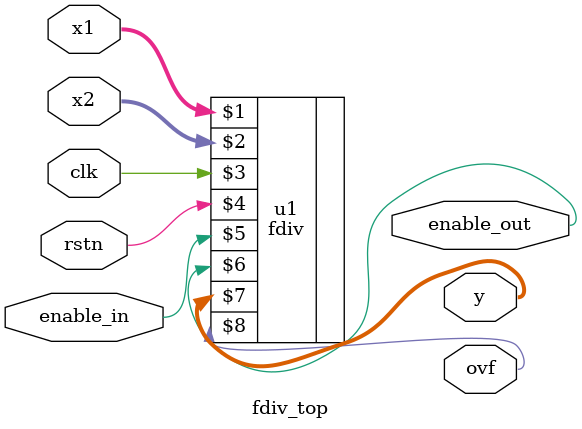
<source format=v>
module fdiv_top
   (  input wire [31:0]  x1,
      input wire [31:0]  x2,
      output wire [31:0] y,
		input wire        enable_in,
		output wire        enable_out,
      output wire        ovf,
      input wire        clk,
      input wire        rstn);

   fdiv u1(x1,x2,clk,rstn,enable_in,enable_out,y,ovf);

endmodule
</source>
